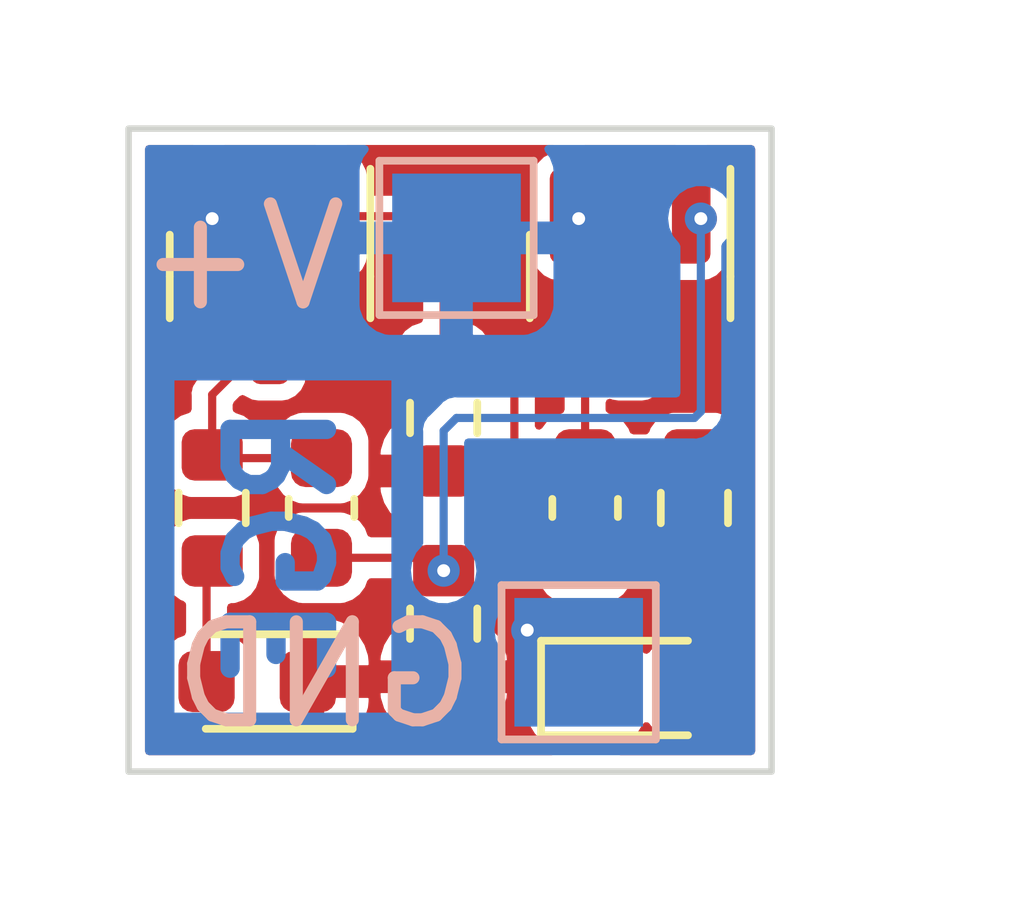
<source format=kicad_pcb>
(kicad_pcb (version 20211014) (generator pcbnew)
  (layers (0 "F.Cu" signal) (31 "B.Cu" signal) (34 "B.Paste" user) (35 "F.Paste" user) (36 "B.SilkS" user "B.Silkscreen") (37 "F.SilkS" user "F.Silkscreen") (38 "B.Mask" user) (39 "F.Mask" user) (44 "Edge.Cuts" user))
  (net 0 "")
  (net 1 "Net-(C101-Pad1)")
  (net 2 "Net-(C101-Pad2)")
  (net 3 "Net-(C102-Pad1)")
  (net 4 "Net-(C102-Pad2)")
  (net 5 "GND")
  (net 6 "Net-(D101-Pad2)")
  (net 7 "Net-(D102-Pad2)")
  (net 8 "+6V")
  (footprint "Resistor_SMD:R_0603_1608Metric" (layer "F.Cu") (at 104.9 97.7 90)
    (fp_text reference "R102" hide)
    (fp_text value "47k")
    (fp_line (start -0.237258 -0.5225) (end 0.237258 -0.5225) (layer "F.SilkS") (width 0.12))
    (fp_line (start -0.237258 0.5225) (end 0.237258 0.5225) (layer "F.SilkS") (width 0.12))
    (pad "1" smd roundrect (at -0.825 0 90) (size 0.8 0.95) (layers "F.Cu" "F.Paste" "F.Mask") (net 5 "GND"))
    (pad "2" smd roundrect (at 0.825 0 90) (size 0.8 0.95) (layers "F.Cu" "F.Paste" "F.Mask") (net 2 "Net-(C101-Pad2)"))
  )
  (footprint "Capacitor_SMD:C_0603_1608Metric" (layer "F.Cu") (at 103 95.9 -90)
    (fp_text reference "C101" hide)
    (fp_text value "10u")
    (fp_line (start -0.14058 0.51) (end 0.14058 0.51) (layer "F.SilkS") (width 0.12))
    (fp_line (start -0.14058 -0.51) (end 0.14058 -0.51) (layer "F.SilkS") (width 0.12))
    (pad "1" smd roundrect (at -0.775 0 270) (size 0.9 0.95) (layers "F.Cu" "F.Paste" "F.Mask") (net 1 "Net-(C101-Pad1)"))
    (pad "2" smd roundrect (at 0.775 0 270) (size 0.9 0.95) (layers "F.Cu" "F.Paste" "F.Mask") (net 2 "Net-(C101-Pad2)"))
  )
  (footprint "Resistor_SMD:R_0603_1608Metric" (layer "F.Cu") (at 104.9 94.5 90)
    (fp_text reference "R103" hide)
    (fp_text value "47k")
    (fp_line (start -0.237258 0.5225) (end 0.237258 0.5225) (layer "F.SilkS") (width 0.12))
    (fp_line (start -0.237258 -0.5225) (end 0.237258 -0.5225) (layer "F.SilkS") (width 0.12))
    (pad "1" smd roundrect (at -0.825 0 90) (size 0.8 0.95) (layers "F.Cu" "F.Paste" "F.Mask") (net 5 "GND"))
    (pad "2" smd roundrect (at 0.825 0 90) (size 0.8 0.95) (layers "F.Cu" "F.Paste" "F.Mask") (net 3 "Net-(C102-Pad1)"))
  )
  (footprint "Package_TO_SOT_SMD:SOT-23" (layer "F.Cu") (at 107.8 92.3 -90)
    (fp_text reference "Q102" hide)
    (fp_text value "SS8550")
    (fp_line (start 0 1.56) (end 0.65 1.56) (layer "F.SilkS") (width 0.12))
    (fp_line (start 0 -1.56) (end -1.675 -1.56) (layer "F.SilkS") (width 0.12))
    (fp_line (start 0 -1.56) (end 0.65 -1.56) (layer "F.SilkS") (width 0.12))
    (fp_line (start 0 1.56) (end -0.65 1.56) (layer "F.SilkS") (width 0.12))
    (pad "1" smd roundrect (at -0.9375 -0.95 270) (size 1.475 0.6) (layers "F.Cu" "F.Paste" "F.Mask") (net 2 "Net-(C101-Pad2)"))
    (pad "2" smd roundrect (at -0.9375 0.95 270) (size 1.475 0.6) (layers "F.Cu" "F.Paste" "F.Mask") (net 8 "+6V"))
    (pad "3" smd roundrect (at 0.9375 0 270) (size 1.475 0.6) (layers "F.Cu" "F.Paste" "F.Mask") (net 4 "Net-(C102-Pad2)"))
  )
  (footprint "LED_SMD:LED_0603_1608Metric" (layer "F.Cu") (at 102 98.6 180)
    (fp_text reference "D101" hide)
    (fp_text value "LED")
    (fp_line (start 0.8 -0.735) (end -1.485 -0.735) (layer "F.SilkS") (width 0.12))
    (fp_line (start -1.485 -0.735) (end -1.485 0.735) (layer "F.SilkS") (width 0.12))
    (fp_line (start -1.485 0.735) (end 0.8 0.735) (layer "F.SilkS") (width 0.12))
    (pad "1" smd roundrect (at -0.7875 0 180) (size 0.875 0.95) (layers "F.Cu" "F.Paste" "F.Mask") (net 5 "GND"))
    (pad "2" smd roundrect (at 0.7875 0 180) (size 0.875 0.95) (layers "F.Cu" "F.Paste" "F.Mask") (net 6 "Net-(D101-Pad2)"))
  )
  (footprint "Package_TO_SOT_SMD:SOT-23" (layer "F.Cu") (at 102.2 92.3 -90)
    (fp_text reference "Q101" hide)
    (fp_text value "SS8550")
    (fp_line (start 0 -1.56) (end 0.65 -1.56) (layer "F.SilkS") (width 0.12))
    (fp_line (start 0 1.56) (end -0.65 1.56) (layer "F.SilkS") (width 0.12))
    (fp_line (start 0 1.56) (end 0.65 1.56) (layer "F.SilkS") (width 0.12))
    (fp_line (start 0 -1.56) (end -1.675 -1.56) (layer "F.SilkS") (width 0.12))
    (pad "1" smd roundrect (at -0.9375 -0.95 270) (size 1.475 0.6) (layers "F.Cu" "F.Paste" "F.Mask") (net 3 "Net-(C102-Pad1)"))
    (pad "2" smd roundrect (at -0.9375 0.95 270) (size 1.475 0.6) (layers "F.Cu" "F.Paste" "F.Mask") (net 8 "+6V"))
    (pad "3" smd roundrect (at 0.9375 0 270) (size 1.475 0.6) (layers "F.Cu" "F.Paste" "F.Mask") (net 1 "Net-(C101-Pad1)"))
  )
  (footprint "Resistor_SMD:R_0603_1608Metric" (layer "F.Cu") (at 101.3 95.9 -90)
    (fp_text reference "R101" hide)
    (fp_text value "1k")
    (fp_line (start -0.237258 0.5225) (end 0.237258 0.5225) (layer "F.SilkS") (width 0.12))
    (fp_line (start -0.237258 -0.5225) (end 0.237258 -0.5225) (layer "F.SilkS") (width 0.12))
    (pad "1" smd roundrect (at -0.825 0 270) (size 0.8 0.95) (layers "F.Cu" "F.Paste" "F.Mask") (net 1 "Net-(C101-Pad1)"))
    (pad "2" smd roundrect (at 0.825 0 270) (size 0.8 0.95) (layers "F.Cu" "F.Paste" "F.Mask") (net 6 "Net-(D101-Pad2)"))
  )
  (footprint "Resistor_SMD:R_0603_1608Metric" (layer "F.Cu") (at 108.8 95.9 -90)
    (fp_text reference "R104" hide)
    (fp_text value "1k")
    (fp_line (start -0.237258 0.5225) (end 0.237258 0.5225) (layer "F.SilkS") (width 0.12))
    (fp_line (start -0.237258 -0.5225) (end 0.237258 -0.5225) (layer "F.SilkS") (width 0.12))
    (pad "1" smd roundrect (at -0.825 0 270) (size 0.8 0.95) (layers "F.Cu" "F.Paste" "F.Mask") (net 4 "Net-(C102-Pad2)"))
    (pad "2" smd roundrect (at 0.825 0 270) (size 0.8 0.95) (layers "F.Cu" "F.Paste" "F.Mask") (net 7 "Net-(D102-Pad2)"))
  )
  (footprint "LED_SMD:LED_0603_1608Metric" (layer "F.Cu") (at 107.9 98.7)
    (fp_text reference "D102" hide)
    (fp_text value "LED")
    (fp_line (start -1.485 -0.735) (end -1.485 0.735) (layer "F.SilkS") (width 0.12))
    (fp_line (start 0.8 -0.735) (end -1.485 -0.735) (layer "F.SilkS") (width 0.12))
    (fp_line (start -1.485 0.735) (end 0.8 0.735) (layer "F.SilkS") (width 0.12))
    (pad "1" smd roundrect (at -0.7875 0) (size 0.875 0.95) (layers "F.Cu" "F.Paste" "F.Mask") (net 5 "GND"))
    (pad "2" smd roundrect (at 0.7875 0) (size 0.875 0.95) (layers "F.Cu" "F.Paste" "F.Mask") (net 7 "Net-(D102-Pad2)"))
  )
  (footprint "Capacitor_SMD:C_0603_1608Metric" (layer "F.Cu") (at 107.1 95.9 90)
    (fp_text reference "C102" hide)
    (fp_text value "10u")
    (fp_line (start -0.14058 0.51) (end 0.14058 0.51) (layer "F.SilkS") (width 0.12))
    (fp_line (start -0.14058 -0.51) (end 0.14058 -0.51) (layer "F.SilkS") (width 0.12))
    (pad "1" smd roundrect (at -0.775 0 90) (size 0.9 0.95) (layers "F.Cu" "F.Paste" "F.Mask") (net 3 "Net-(C102-Pad1)"))
    (pad "2" smd roundrect (at 0.775 0 90) (size 0.9 0.95) (layers "F.Cu" "F.Paste" "F.Mask") (net 4 "Net-(C102-Pad2)"))
  )
  (footprint "TestPoint:TestPoint_Pad_2.0x2.0mm" (layer "B.Cu") (at 107 98.3 180)
    (fp_text reference "H102" hide)
    (fp_text value "MountingHole_Pad")
    (fp_line (start -1.2 1.2) (end 1.2 1.2) (layer "B.SilkS") (width 0.12))
    (fp_line (start -1.2 -1.2) (end -1.2 1.2) (layer "B.SilkS") (width 0.12))
    (fp_line (start 1.2 -1.2) (end -1.2 -1.2) (layer "B.SilkS") (width 0.12))
    (fp_line (start 1.2 1.2) (end 1.2 -1.2) (layer "B.SilkS") (width 0.12))
    (pad "1" smd rect (at 0 0 180) (size 2 2) (layers "B.Cu" "B.Mask") (net 5 "GND"))
  )
  (footprint "TestPoint:TestPoint_Pad_2.0x2.0mm" (layer "B.Cu") (at 105.1 91.7 180)
    (fp_text reference "H101" hide)
    (fp_text value "MountingHole_Pad")
    (fp_line (start -1.2 1.2) (end 1.2 1.2) (layer "B.SilkS") (width 0.12))
    (fp_line (start -1.2 -1.2) (end -1.2 1.2) (layer "B.SilkS") (width 0.12))
    (fp_line (start 1.2 1.2) (end 1.2 -1.2) (layer "B.SilkS") (width 0.12))
    (fp_line (start 1.2 -1.2) (end -1.2 -1.2) (layer "B.SilkS") (width 0.12))
    (pad "1" smd rect (at 0 0 180) (size 2 2) (layers "B.Cu" "B.Mask") (net 8 "+6V"))
  )
  (gr_rect (start 100 90) (end 110 100) (layer "Edge.Cuts") (width 0.1) (fill none))
  (gr_text "RGE" (at 102.4 96.5 90) (layer "B.Cu") (effects (font (size 1.5 1.5) (thickness 0.3)) (justify mirror)))
  (gr_text "GND" (at 105.5 98.5) (layer "B.SilkS") (effects (font (size 1.524 1.524) (thickness 0.2032)) (justify left mirror)))
  (gr_text "V+" (at 103.5 92) (layer "B.SilkS") (effects (font (size 1.524 1.524) (thickness 0.2032)) (justify left mirror)))
  (segment (start 101.35 95.125) (end 101.3 95.075) (width 0.127) (layer "F.Cu") (net 1))
  (segment (start 101.3 95.075) (end 101.3 94.1375) (width 0.127) (layer "F.Cu") (net 1))
  (segment (start 103 95.125) (end 101.35 95.125) (width 0.127) (layer "F.Cu") (net 1))
  (segment (start 101.3 94.1375) (end 102.2 93.2375) (width 0.127) (layer "F.Cu") (net 1))
  (segment (start 103 96.675) (end 104.7 96.675) (width 0.127) (layer "F.Cu") (net 2))
  (segment (start 104.7 96.675) (end 104.9 96.875) (width 0.127) (layer "F.Cu") (net 2))
  (via (at 108.9 91.4) (size 0.499999) (drill 0.20066) (layers "F.Cu" "B.Cu") (net 2))
  (via (at 104.9 96.875) (size 0.499999) (drill 0.20066) (layers "F.Cu" "B.Cu") (net 2))
  (segment (start 105.1 94.5) (end 108.8 94.5) (width 0.127) (layer "B.Cu") (net 2))
  (segment (start 108.9 94.4) (end 108.9 91.4) (width 0.127) (layer "B.Cu") (net 2))
  (segment (start 104.9 94.7) (end 105.1 94.5) (width 0.127) (layer "B.Cu") (net 2))
  (segment (start 108.8 94.5) (end 108.9 94.4) (width 0.127) (layer "B.Cu") (net 2))
  (segment (start 104.9 96.875) (end 104.9 94.7) (width 0.127) (layer "B.Cu") (net 2))
  (segment (start 106.075 96.675) (end 107.1 96.675) (width 0.127) (layer "F.Cu") (net 3))
  (segment (start 104.9 93.675) (end 105.775 93.675) (width 0.127) (layer "F.Cu") (net 3))
  (segment (start 104.6625 91.3625) (end 103.15 91.3625) (width 0.127) (layer "F.Cu") (net 3))
  (segment (start 106 96.6) (end 106.075 96.675) (width 0.127) (layer "F.Cu") (net 3))
  (segment (start 104.9 91.6) (end 104.6625 91.3625) (width 0.127) (layer "F.Cu") (net 3))
  (segment (start 105.775 93.675) (end 106 93.9) (width 0.127) (layer "F.Cu") (net 3))
  (segment (start 104.9 93.675) (end 104.9 91.6) (width 0.127) (layer "F.Cu") (net 3))
  (segment (start 106 93.9) (end 106 96.6) (width 0.127) (layer "F.Cu") (net 3))
  (segment (start 108.9 95.075) (end 107.15 95.075) (width 0.127) (layer "F.Cu") (net 4))
  (segment (start 107.15 95.075) (end 107.1 95.125) (width 0.127) (layer "F.Cu") (net 4))
  (segment (start 107.1 94.0375) (end 107.9 93.2375) (width 0.127) (layer "F.Cu") (net 4))
  (segment (start 107.1 95.125) (end 107.1 94.0375) (width 0.127) (layer "F.Cu") (net 4))
  (via (at 106.2 97.8) (size 0.499999) (drill 0.20066) (layers "F.Cu" "B.Cu") (net 5))
  (segment (start 101.2125 98.6) (end 101.2125 96.8125) (width 0.127) (layer "F.Cu") (net 6))
  (segment (start 101.2125 96.8125) (end 101.3 96.725) (width 0.127) (layer "F.Cu") (net 6))
  (segment (start 108.9 98.4875) (end 108.6875 98.7) (width 0.127) (layer "F.Cu") (net 7))
  (segment (start 108.9 96.725) (end 108.9 98.4875) (width 0.127) (layer "F.Cu") (net 7))
  (via (at 101.3 91.4) (size 0.499999) (drill 0.20066) (layers "F.Cu" "B.Cu") (net 8))
  (via (at 107 91.4) (size 0.499999) (drill 0.20066) (layers "F.Cu" "B.Cu") (net 8))
  (zone (net 5) (net_name "GND") (layer "F.Cu") (connect_pads (clearance 0.254)) (min_thickness 0.127) (fill yes (thermal_gap 0.508) (thermal_bridge_width 0.508) (smoothing fillet))
    (polygon (pts (xy 111 101) (xy 99 101) (xy 99 89) (xy 111 89)))
  )
  (zone (net 8) (net_name "+6V") (layer "B.Cu") (connect_pads (clearance 0.254)) (min_thickness 0.127) (fill yes (thermal_gap 0.508) (thermal_bridge_width 0.508))
    (polygon (pts (xy 112 102) (xy 98 102) (xy 98 88) (xy 112 88)))
  )
)
</source>
